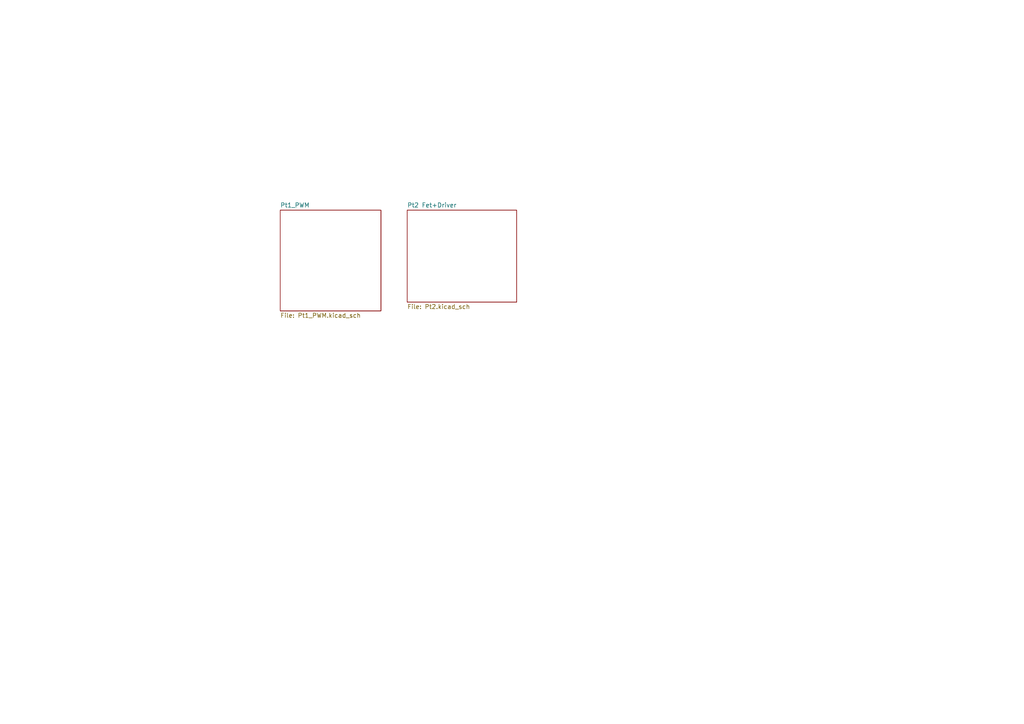
<source format=kicad_sch>
(kicad_sch
	(version 20231120)
	(generator "eeschema")
	(generator_version "8.0")
	(uuid "a010efed-9821-4af0-b24d-85bee303b04d")
	(paper "A4")
	(lib_symbols)
	(sheet
		(at 81.28 60.96)
		(size 29.21 29.21)
		(fields_autoplaced yes)
		(stroke
			(width 0.1524)
			(type solid)
		)
		(fill
			(color 0 0 0 0.0000)
		)
		(uuid "6aff88cc-3415-4e1a-aa6b-24debd933ffb")
		(property "Sheetname" "Pt1_PWM"
			(at 81.28 60.2484 0)
			(effects
				(font
					(size 1.27 1.27)
				)
				(justify left bottom)
			)
		)
		(property "Sheetfile" "Pt1_PWM.kicad_sch"
			(at 81.28 90.7546 0)
			(effects
				(font
					(size 1.27 1.27)
				)
				(justify left top)
			)
		)
		(instances
			(project "lab11_motorControl"
				(path "/a010efed-9821-4af0-b24d-85bee303b04d"
					(page "2")
				)
			)
		)
	)
	(sheet
		(at 118.11 60.96)
		(size 31.75 26.67)
		(fields_autoplaced yes)
		(stroke
			(width 0.1524)
			(type solid)
		)
		(fill
			(color 0 0 0 0.0000)
		)
		(uuid "cfe5cd27-5e6e-40e6-9097-28550d4f32b7")
		(property "Sheetname" "Pt2 Fet+Driver"
			(at 118.11 60.2484 0)
			(effects
				(font
					(size 1.27 1.27)
				)
				(justify left bottom)
			)
		)
		(property "Sheetfile" "Pt2.kicad_sch"
			(at 118.11 88.2146 0)
			(effects
				(font
					(size 1.27 1.27)
				)
				(justify left top)
			)
		)
		(instances
			(project "lab11_motorControl"
				(path "/a010efed-9821-4af0-b24d-85bee303b04d"
					(page "3")
				)
			)
		)
	)
	(sheet_instances
		(path "/"
			(page "1")
		)
	)
)

</source>
